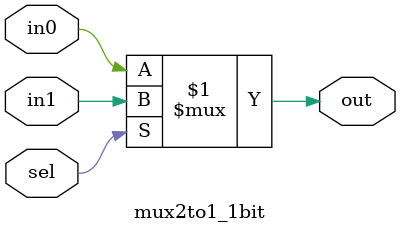
<source format=v>
module mux2to1_1bit (
    input in0,
    input in1,
    input sel,
    output out
);
    assign out = sel ? in1 : in0;
endmodule


</source>
